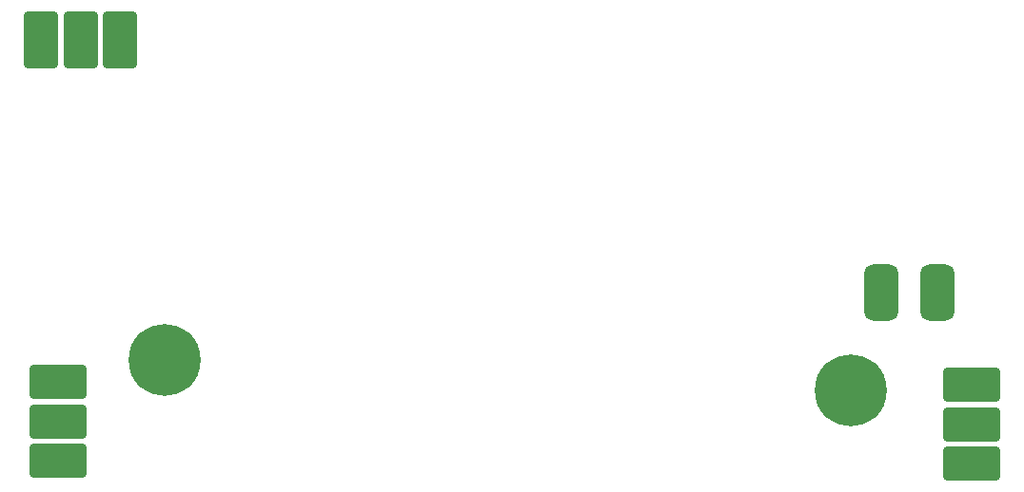
<source format=gbs>
G04 #@! TF.GenerationSoftware,KiCad,Pcbnew,8.0.6*
G04 #@! TF.CreationDate,2025-01-23T20:00:51-06:00*
G04 #@! TF.ProjectId,PD_Board,50445f42-6f61-4726-942e-6b696361645f,rev?*
G04 #@! TF.SameCoordinates,Original*
G04 #@! TF.FileFunction,Soldermask,Bot*
G04 #@! TF.FilePolarity,Negative*
%FSLAX46Y46*%
G04 Gerber Fmt 4.6, Leading zero omitted, Abs format (unit mm)*
G04 Created by KiCad (PCBNEW 8.0.6) date 2025-01-23 20:00:51*
%MOMM*%
%LPD*%
G01*
G04 APERTURE LIST*
G04 Aperture macros list*
%AMRoundRect*
0 Rectangle with rounded corners*
0 $1 Rounding radius*
0 $2 $3 $4 $5 $6 $7 $8 $9 X,Y pos of 4 corners*
0 Add a 4 corners polygon primitive as box body*
4,1,4,$2,$3,$4,$5,$6,$7,$8,$9,$2,$3,0*
0 Add four circle primitives for the rounded corners*
1,1,$1+$1,$2,$3*
1,1,$1+$1,$4,$5*
1,1,$1+$1,$6,$7*
1,1,$1+$1,$8,$9*
0 Add four rect primitives between the rounded corners*
20,1,$1+$1,$2,$3,$4,$5,0*
20,1,$1+$1,$4,$5,$6,$7,0*
20,1,$1+$1,$6,$7,$8,$9,0*
20,1,$1+$1,$8,$9,$2,$3,0*%
G04 Aperture macros list end*
%ADD10RoundRect,0.250000X-2.250000X-1.250000X2.250000X-1.250000X2.250000X1.250000X-2.250000X1.250000X0*%
%ADD11C,6.400000*%
%ADD12RoundRect,0.250000X-1.250000X2.250000X-1.250000X-2.250000X1.250000X-2.250000X1.250000X2.250000X0*%
%ADD13RoundRect,0.750000X0.750000X-1.750000X0.750000X1.750000X-0.750000X1.750000X-0.750000X-1.750000X0*%
G04 APERTURE END LIST*
D10*
X185750000Y-114750000D03*
X185750000Y-118250000D03*
X185750000Y-121750000D03*
X104500000Y-114500000D03*
X104500000Y-118000000D03*
X104500000Y-121500000D03*
D11*
X114000000Y-112500000D03*
X175000000Y-115250000D03*
D12*
X103000000Y-84000000D03*
X106500000Y-84000000D03*
X110000000Y-84000000D03*
D13*
X177750000Y-106500000D03*
X182750000Y-106500000D03*
M02*

</source>
